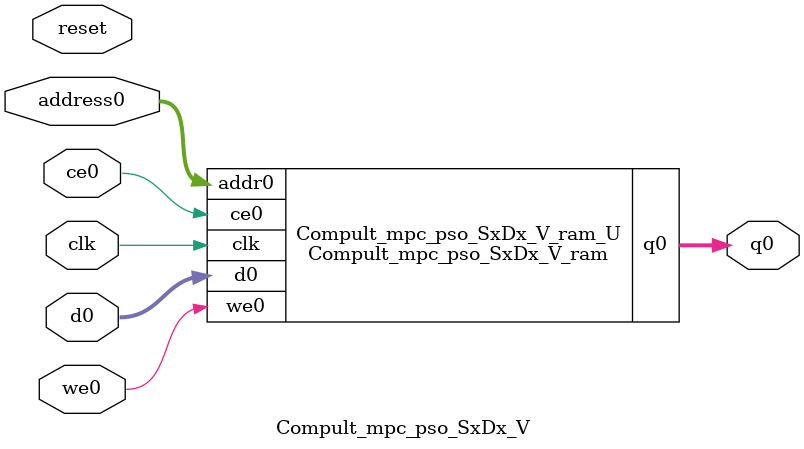
<source format=v>

`timescale 1 ns / 1 ps
module Compult_mpc_pso_SxDx_V_ram (addr0, ce0, d0, we0, q0,  clk);

parameter DWIDTH = 26;
parameter AWIDTH = 5;
parameter MEM_SIZE = 20;

input[AWIDTH-1:0] addr0;
input ce0;
input[DWIDTH-1:0] d0;
input we0;
output reg[DWIDTH-1:0] q0;
input clk;

(* ram_style = "distributed" *)reg [DWIDTH-1:0] ram[MEM_SIZE-1:0];




always @(posedge clk)  
begin 
    if (ce0) 
    begin
        if (we0) 
        begin 
            ram[addr0] <= d0; 
            q0 <= d0;
        end 
        else 
            q0 <= ram[addr0];
    end
end


endmodule


`timescale 1 ns / 1 ps
module Compult_mpc_pso_SxDx_V(
    reset,
    clk,
    address0,
    ce0,
    we0,
    d0,
    q0);

parameter DataWidth = 32'd26;
parameter AddressRange = 32'd20;
parameter AddressWidth = 32'd5;
input reset;
input clk;
input[AddressWidth - 1:0] address0;
input ce0;
input we0;
input[DataWidth - 1:0] d0;
output[DataWidth - 1:0] q0;



Compult_mpc_pso_SxDx_V_ram Compult_mpc_pso_SxDx_V_ram_U(
    .clk( clk ),
    .addr0( address0 ),
    .ce0( ce0 ),
    .d0( d0 ),
    .we0( we0 ),
    .q0( q0 ));

endmodule


</source>
